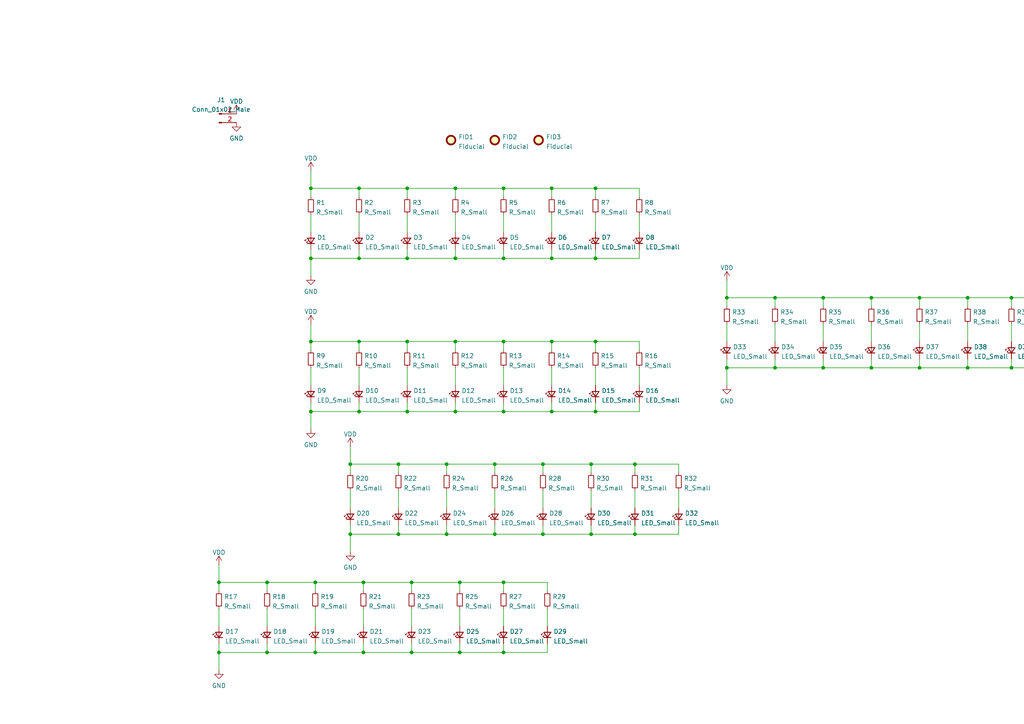
<source format=kicad_sch>
(kicad_sch (version 20230121) (generator eeschema)
  (paper "A4")
  (lib_symbols
    (symbol "Connector:Conn_01x02_Male" (pin_names (offset 1.016) hide)
      (property "Reference" "J" (at 0 2.54 0))
      (property "Value" "Conn_01x02_Male" (at 0 -5.08 0))
      (symbol "Conn_01x02_Male_1_1"
        (polyline (pts (xy 1.27 -2.54) (xy 0.8636 -2.54)) (stroke (width 0.1524)))
        (polyline (pts (xy 1.27 0) (xy 0.8636 0)) (stroke (width 0.1524)))
        (rectangle (start 0.8636 -2.413) (end 0 -2.667) (stroke (width 0.1524)) (fill (type outline)))
        (rectangle (start 0.8636 0.127) (end 0 -0.127) (stroke (width 0.1524)) (fill (type outline)))
        (pin passive line (at 5.08 0 180) (length 3.81) (name "Pin_1") (number "1"))
        (pin passive line (at 5.08 -2.54 180) (length 3.81) (name "Pin_2") (number "2"))
      )
    )
    (symbol "Device:LED_Small" (pin_numbers hide) (pin_names (offset 0.254) hide)
      (property "Reference" "D" (at -1.27 3.175 0))
      (property "Value" "LED_Small" (at -4.445 -2.54 0))
      (symbol "LED_Small_0_1"
        (polyline (pts (xy -0.762 -1.016) (xy -0.762 1.016)) (stroke (width 0.254)))
        (polyline (pts (xy 1.016 0) (xy -0.762 0)))
        (polyline (pts (xy 0.762 -1.016) (xy -0.762 0) (xy 0.762 1.016) (xy 0.762 -1.016)) (stroke (width 0.254)))
        (polyline (pts (xy 0 0.762) (xy -0.508 1.27) (xy -0.254 1.27) (xy -0.508 1.27) (xy -0.508 1.016)))
        (polyline (pts (xy 0.508 1.27) (xy 0 1.778) (xy 0.254 1.778) (xy 0 1.778) (xy 0 1.524)))
      )
      (symbol "LED_Small_1_1"
        (pin passive line (at -2.54 0 0) (length 1.778) (name "K") (number "1"))
        (pin passive line (at 2.54 0 180) (length 1.778) (name "A") (number "2"))
      )
    )
    (symbol "Device:R_Small" (pin_numbers hide) (pin_names (offset 0.254) hide)
      (property "Reference" "R" (at 0.762 0.508 0))
      (property "Value" "R_Small" (at 0.762 -1.016 0))
      (symbol "R_Small_0_1"
        (rectangle (start -0.762 1.778) (end 0.762 -1.778) (stroke (width 0.2032)))
      )
      (symbol "R_Small_1_1"
        (pin passive line (at 0 2.54 270) (length 0.762) (name "~") (number "1"))
        (pin passive line (at 0 -2.54 90) (length 0.762) (name "~") (number "2"))
      )
    )
    (symbol "Mechanical:Fiducial"
      (property "Reference" "FID" (at 0 5.08 0))
      (property "Value" "Fiducial" (at 0 3.175 0))
      (symbol "Fiducial_0_1"
        (circle (center 0 0) (radius 1.27) (stroke (width 0.508)) (fill (type background)))
      )
    )
    (symbol "power:GND" (power) (pin_names (offset 0))
      (property "Value" "GND" (at 0 -3.81 0))
      (symbol "GND_0_1"
        (polyline (pts (xy 0 0) (xy 0 -1.27) (xy 1.27 -1.27) (xy 0 -2.54) (xy -1.27 -1.27) (xy 0 -1.27)))
      )
      (symbol "GND_1_1"
        (pin power_in line (at 0 0 270) (length 0) hide (name "GND") (number "1"))
      )
    )
    (symbol "power:VDD" (power) (pin_names (offset 0))
      (property "Value" "VDD" (at 0 3.81 0))
      (symbol "VDD_0_1"
        (polyline (pts (xy -0.762 1.27) (xy 0 2.54)))
        (polyline (pts (xy 0 0) (xy 0 2.54)))
        (polyline (pts (xy 0 2.54) (xy 0.762 1.27)))
      )
      (symbol "VDD_1_1"
        (pin power_in line (at 0 0 90) (length 0) hide (name "VDD") (number "1"))
      )
    )
  )
  (junction (at 238.76 106.68))
  (junction (at 119.38 168.91))
  (junction (at 224.79 86.36))
  (junction (at 115.57 154.94))
  (junction (at 132.08 119.38))
  (junction (at 129.54 154.94))
  (junction (at 115.57 134.62))
  (junction (at 104.14 119.38))
  (junction (at 118.11 54.61))
  (junction (at 146.05 119.38))
  (junction (at 280.67 86.36))
  (junction (at 91.44 189.23))
  (junction (at 90.17 54.61))
  (junction (at 160.02 74.93))
  (junction (at 101.6 154.94))
  (junction (at 146.05 54.61))
  (junction (at 157.48 134.62))
  (junction (at 132.08 74.93))
  (junction (at 171.45 134.62))
  (junction (at 104.14 99.06))
  (junction (at 90.17 74.93))
  (junction (at 77.47 189.23))
  (junction (at 129.54 134.62))
  (junction (at 172.72 99.06))
  (junction (at 91.44 168.91))
  (junction (at 133.35 189.23))
  (junction (at 118.11 74.93))
  (junction (at 210.82 106.68))
  (junction (at 160.02 54.61))
  (junction (at 143.51 154.94))
  (junction (at 293.37 106.68))
  (junction (at 118.11 119.38))
  (junction (at 77.47 168.91))
  (junction (at 224.79 106.68))
  (junction (at 252.73 106.68))
  (junction (at 146.05 168.91))
  (junction (at 184.15 134.62))
  (junction (at 210.82 86.36))
  (junction (at 143.51 134.62))
  (junction (at 132.08 99.06))
  (junction (at 146.05 189.23))
  (junction (at 184.15 154.94))
  (junction (at 146.05 74.93))
  (junction (at 63.5 189.23))
  (junction (at 146.05 99.06))
  (junction (at 172.72 54.61))
  (junction (at 105.41 189.23))
  (junction (at 133.35 168.91))
  (junction (at 172.72 119.38))
  (junction (at 252.73 86.36))
  (junction (at 171.45 154.94))
  (junction (at 160.02 119.38))
  (junction (at 104.14 54.61))
  (junction (at 118.11 99.06))
  (junction (at 157.48 154.94))
  (junction (at 172.72 74.93))
  (junction (at 238.76 86.36))
  (junction (at 90.17 99.06))
  (junction (at 101.6 134.62))
  (junction (at 132.08 54.61))
  (junction (at 90.17 119.38))
  (junction (at 266.7 86.36))
  (junction (at 280.67 106.68))
  (junction (at 104.14 74.93))
  (junction (at 293.37 86.36))
  (junction (at 105.41 168.91))
  (junction (at 63.5 168.91))
  (junction (at 266.7 106.68))
  (junction (at 160.02 99.06))
  (junction (at 119.38 189.23))
  (wire (pts (xy 91.44 168.91) (xy 91.44 171.45)))
  (wire (pts (xy 118.11 54.61) (xy 132.08 54.61)))
  (wire (pts (xy 158.75 168.91) (xy 158.75 171.45)))
  (wire (pts (xy 132.08 119.38) (xy 146.05 119.38)))
  (wire (pts (xy 280.67 86.36) (xy 293.37 86.36)))
  (wire (pts (xy 133.35 168.91) (xy 133.35 171.45)))
  (wire (pts (xy 132.08 54.61) (xy 132.08 57.15)))
  (wire (pts (xy 132.08 62.23) (xy 132.08 67.31)))
  (wire (pts (xy 146.05 54.61) (xy 160.02 54.61)))
  (wire (pts (xy 119.38 168.91) (xy 119.38 171.45)))
  (wire (pts (xy 158.75 176.53) (xy 158.75 181.61)))
  (wire (pts (xy 160.02 99.06) (xy 172.72 99.06)))
  (wire (pts (xy 63.5 189.23) (xy 63.5 194.31)))
  (wire (pts (xy 143.51 154.94) (xy 157.48 154.94)))
  (wire (pts (xy 119.38 176.53) (xy 119.38 181.61)))
  (wire (pts (xy 172.72 99.06) (xy 172.72 101.6)))
  (wire (pts (xy 266.7 86.36) (xy 280.67 86.36)))
  (wire (pts (xy 129.54 134.62) (xy 129.54 137.16)))
  (wire (pts (xy 105.41 189.23) (xy 119.38 189.23)))
  (wire (pts (xy 306.07 106.68) (xy 306.07 104.14)))
  (wire (pts (xy 101.6 152.4) (xy 101.6 154.94)))
  (wire (pts (xy 90.17 72.39) (xy 90.17 74.93)))
  (wire (pts (xy 104.14 116.84) (xy 104.14 119.38)))
  (wire (pts (xy 293.37 86.36) (xy 293.37 88.9)))
  (wire (pts (xy 63.5 168.91) (xy 77.47 168.91)))
  (wire (pts (xy 158.75 189.23) (xy 158.75 186.69)))
  (wire (pts (xy 146.05 99.06) (xy 146.05 101.6)))
  (wire (pts (xy 252.73 86.36) (xy 252.73 88.9)))
  (wire (pts (xy 91.44 189.23) (xy 105.41 189.23)))
  (wire (pts (xy 224.79 93.98) (xy 224.79 99.06)))
  (wire (pts (xy 90.17 54.61) (xy 104.14 54.61)))
  (wire (pts (xy 146.05 72.39) (xy 146.05 74.93)))
  (wire (pts (xy 105.41 168.91) (xy 105.41 171.45)))
  (wire (pts (xy 210.82 106.68) (xy 210.82 111.76)))
  (wire (pts (xy 101.6 154.94) (xy 115.57 154.94)))
  (wire (pts (xy 157.48 142.24) (xy 157.48 147.32)))
  (wire (pts (xy 90.17 116.84) (xy 90.17 119.38)))
  (wire (pts (xy 90.17 74.93) (xy 104.14 74.93)))
  (wire (pts (xy 171.45 134.62) (xy 171.45 137.16)))
  (wire (pts (xy 129.54 134.62) (xy 143.51 134.62)))
  (wire (pts (xy 101.6 134.62) (xy 115.57 134.62)))
  (wire (pts (xy 172.72 72.39) (xy 172.72 74.93)))
  (wire (pts (xy 171.45 152.4) (xy 171.45 154.94)))
  (wire (pts (xy 280.67 86.36) (xy 280.67 88.9)))
  (wire (pts (xy 63.5 171.45) (xy 63.5 168.91)))
  (wire (pts (xy 115.57 134.62) (xy 115.57 137.16)))
  (wire (pts (xy 146.05 116.84) (xy 146.05 119.38)))
  (wire (pts (xy 280.67 106.68) (xy 293.37 106.68)))
  (wire (pts (xy 160.02 74.93) (xy 172.72 74.93)))
  (wire (pts (xy 157.48 134.62) (xy 171.45 134.62)))
  (wire (pts (xy 252.73 104.14) (xy 252.73 106.68)))
  (wire (pts (xy 91.44 186.69) (xy 91.44 189.23)))
  (wire (pts (xy 118.11 99.06) (xy 132.08 99.06)))
  (wire (pts (xy 210.82 88.9) (xy 210.82 86.36)))
  (wire (pts (xy 160.02 119.38) (xy 172.72 119.38)))
  (wire (pts (xy 266.7 106.68) (xy 280.67 106.68)))
  (wire (pts (xy 306.07 93.98) (xy 306.07 99.06)))
  (wire (pts (xy 184.15 134.62) (xy 184.15 137.16)))
  (wire (pts (xy 63.5 186.69) (xy 63.5 189.23)))
  (wire (pts (xy 90.17 119.38) (xy 104.14 119.38)))
  (wire (pts (xy 210.82 93.98) (xy 210.82 99.06)))
  (wire (pts (xy 115.57 142.24) (xy 115.57 147.32)))
  (wire (pts (xy 171.45 154.94) (xy 184.15 154.94)))
  (wire (pts (xy 143.51 152.4) (xy 143.51 154.94)))
  (wire (pts (xy 160.02 106.68) (xy 160.02 111.76)))
  (wire (pts (xy 90.17 62.23) (xy 90.17 67.31)))
  (wire (pts (xy 224.79 86.36) (xy 238.76 86.36)))
  (wire (pts (xy 105.41 168.91) (xy 119.38 168.91)))
  (wire (pts (xy 115.57 152.4) (xy 115.57 154.94)))
  (wire (pts (xy 146.05 74.93) (xy 160.02 74.93)))
  (wire (pts (xy 157.48 152.4) (xy 157.48 154.94)))
  (wire (pts (xy 115.57 154.94) (xy 129.54 154.94)))
  (wire (pts (xy 90.17 119.38) (xy 90.17 124.46)))
  (wire (pts (xy 146.05 189.23) (xy 158.75 189.23)))
  (wire (pts (xy 90.17 74.93) (xy 90.17 80.01)))
  (wire (pts (xy 172.72 62.23) (xy 172.72 67.31)))
  (wire (pts (xy 77.47 189.23) (xy 91.44 189.23)))
  (wire (pts (xy 90.17 106.68) (xy 90.17 111.76)))
  (wire (pts (xy 171.45 142.24) (xy 171.45 147.32)))
  (wire (pts (xy 160.02 116.84) (xy 160.02 119.38)))
  (wire (pts (xy 146.05 99.06) (xy 160.02 99.06)))
  (wire (pts (xy 90.17 101.6) (xy 90.17 99.06)))
  (wire (pts (xy 172.72 106.68) (xy 172.72 111.76)))
  (wire (pts (xy 196.85 134.62) (xy 196.85 137.16)))
  (wire (pts (xy 172.72 74.93) (xy 185.42 74.93)))
  (wire (pts (xy 160.02 72.39) (xy 160.02 74.93)))
  (wire (pts (xy 146.05 186.69) (xy 146.05 189.23)))
  (wire (pts (xy 293.37 86.36) (xy 306.07 86.36)))
  (wire (pts (xy 293.37 106.68) (xy 306.07 106.68)))
  (wire (pts (xy 146.05 62.23) (xy 146.05 67.31)))
  (wire (pts (xy 210.82 106.68) (xy 224.79 106.68)))
  (wire (pts (xy 266.7 104.14) (xy 266.7 106.68)))
  (wire (pts (xy 293.37 93.98) (xy 293.37 99.06)))
  (wire (pts (xy 104.14 54.61) (xy 104.14 57.15)))
  (wire (pts (xy 280.67 104.14) (xy 280.67 106.68)))
  (wire (pts (xy 133.35 176.53) (xy 133.35 181.61)))
  (wire (pts (xy 101.6 142.24) (xy 101.6 147.32)))
  (wire (pts (xy 185.42 54.61) (xy 185.42 57.15)))
  (wire (pts (xy 118.11 99.06) (xy 118.11 101.6)))
  (wire (pts (xy 63.5 189.23) (xy 77.47 189.23)))
  (wire (pts (xy 133.35 168.91) (xy 146.05 168.91)))
  (wire (pts (xy 143.51 134.62) (xy 157.48 134.62)))
  (wire (pts (xy 157.48 134.62) (xy 157.48 137.16)))
  (wire (pts (xy 238.76 86.36) (xy 238.76 88.9)))
  (wire (pts (xy 172.72 116.84) (xy 172.72 119.38)))
  (wire (pts (xy 77.47 186.69) (xy 77.47 189.23)))
  (wire (pts (xy 238.76 106.68) (xy 252.73 106.68)))
  (wire (pts (xy 184.15 142.24) (xy 184.15 147.32)))
  (wire (pts (xy 132.08 72.39) (xy 132.08 74.93)))
  (wire (pts (xy 160.02 62.23) (xy 160.02 67.31)))
  (wire (pts (xy 129.54 152.4) (xy 129.54 154.94)))
  (wire (pts (xy 172.72 54.61) (xy 185.42 54.61)))
  (wire (pts (xy 104.14 106.68) (xy 104.14 111.76)))
  (wire (pts (xy 118.11 116.84) (xy 118.11 119.38)))
  (wire (pts (xy 118.11 119.38) (xy 132.08 119.38)))
  (wire (pts (xy 119.38 168.91) (xy 133.35 168.91)))
  (wire (pts (xy 160.02 54.61) (xy 172.72 54.61)))
  (wire (pts (xy 196.85 154.94) (xy 196.85 152.4)))
  (wire (pts (xy 185.42 99.06) (xy 185.42 101.6)))
  (wire (pts (xy 129.54 142.24) (xy 129.54 147.32)))
  (wire (pts (xy 105.41 186.69) (xy 105.41 189.23)))
  (wire (pts (xy 280.67 93.98) (xy 280.67 99.06)))
  (wire (pts (xy 157.48 154.94) (xy 171.45 154.94)))
  (wire (pts (xy 146.05 119.38) (xy 160.02 119.38)))
  (wire (pts (xy 143.51 134.62) (xy 143.51 137.16)))
  (wire (pts (xy 104.14 62.23) (xy 104.14 67.31)))
  (wire (pts (xy 185.42 74.93) (xy 185.42 72.39)))
  (wire (pts (xy 118.11 106.68) (xy 118.11 111.76)))
  (wire (pts (xy 171.45 134.62) (xy 184.15 134.62)))
  (wire (pts (xy 132.08 99.06) (xy 132.08 101.6)))
  (wire (pts (xy 132.08 106.68) (xy 132.08 111.76)))
  (wire (pts (xy 143.51 142.24) (xy 143.51 147.32)))
  (wire (pts (xy 104.14 119.38) (xy 118.11 119.38)))
  (wire (pts (xy 119.38 186.69) (xy 119.38 189.23)))
  (wire (pts (xy 104.14 72.39) (xy 104.14 74.93)))
  (wire (pts (xy 252.73 93.98) (xy 252.73 99.06)))
  (wire (pts (xy 184.15 154.94) (xy 196.85 154.94)))
  (wire (pts (xy 266.7 93.98) (xy 266.7 99.06)))
  (wire (pts (xy 101.6 137.16) (xy 101.6 134.62)))
  (wire (pts (xy 185.42 106.68) (xy 185.42 111.76)))
  (wire (pts (xy 306.07 86.36) (xy 306.07 88.9)))
  (wire (pts (xy 115.57 134.62) (xy 129.54 134.62)))
  (wire (pts (xy 146.05 106.68) (xy 146.05 111.76)))
  (wire (pts (xy 104.14 74.93) (xy 118.11 74.93)))
  (wire (pts (xy 210.82 86.36) (xy 224.79 86.36)))
  (wire (pts (xy 63.5 163.83) (xy 63.5 168.91)))
  (wire (pts (xy 118.11 54.61) (xy 118.11 57.15)))
  (wire (pts (xy 172.72 119.38) (xy 185.42 119.38)))
  (wire (pts (xy 90.17 57.15) (xy 90.17 54.61)))
  (wire (pts (xy 63.5 176.53) (xy 63.5 181.61)))
  (wire (pts (xy 293.37 104.14) (xy 293.37 106.68)))
  (wire (pts (xy 104.14 99.06) (xy 118.11 99.06)))
  (wire (pts (xy 101.6 154.94) (xy 101.6 160.02)))
  (wire (pts (xy 132.08 74.93) (xy 146.05 74.93)))
  (wire (pts (xy 133.35 189.23) (xy 146.05 189.23)))
  (wire (pts (xy 77.47 168.91) (xy 91.44 168.91)))
  (wire (pts (xy 238.76 104.14) (xy 238.76 106.68)))
  (wire (pts (xy 184.15 152.4) (xy 184.15 154.94)))
  (wire (pts (xy 129.54 154.94) (xy 143.51 154.94)))
  (wire (pts (xy 77.47 176.53) (xy 77.47 181.61)))
  (wire (pts (xy 210.82 81.28) (xy 210.82 86.36)))
  (wire (pts (xy 146.05 54.61) (xy 146.05 57.15)))
  (wire (pts (xy 118.11 74.93) (xy 132.08 74.93)))
  (wire (pts (xy 210.82 104.14) (xy 210.82 106.68)))
  (wire (pts (xy 238.76 86.36) (xy 252.73 86.36)))
  (wire (pts (xy 252.73 106.68) (xy 266.7 106.68)))
  (wire (pts (xy 104.14 54.61) (xy 118.11 54.61)))
  (wire (pts (xy 184.15 134.62) (xy 196.85 134.62)))
  (wire (pts (xy 90.17 93.98) (xy 90.17 99.06)))
  (wire (pts (xy 91.44 168.91) (xy 105.41 168.91)))
  (wire (pts (xy 172.72 54.61) (xy 172.72 57.15)))
  (wire (pts (xy 91.44 176.53) (xy 91.44 181.61)))
  (wire (pts (xy 105.41 176.53) (xy 105.41 181.61)))
  (wire (pts (xy 196.85 142.24) (xy 196.85 147.32)))
  (wire (pts (xy 266.7 86.36) (xy 266.7 88.9)))
  (wire (pts (xy 118.11 72.39) (xy 118.11 74.93)))
  (wire (pts (xy 252.73 86.36) (xy 266.7 86.36)))
  (wire (pts (xy 90.17 99.06) (xy 104.14 99.06)))
  (wire (pts (xy 146.05 168.91) (xy 146.05 171.45)))
  (wire (pts (xy 132.08 99.06) (xy 146.05 99.06)))
  (wire (pts (xy 146.05 168.91) (xy 158.75 168.91)))
  (wire (pts (xy 224.79 104.14) (xy 224.79 106.68)))
  (wire (pts (xy 90.17 49.53) (xy 90.17 54.61)))
  (wire (pts (xy 185.42 62.23) (xy 185.42 67.31)))
  (wire (pts (xy 119.38 189.23) (xy 133.35 189.23)))
  (wire (pts (xy 132.08 116.84) (xy 132.08 119.38)))
  (wire (pts (xy 172.72 99.06) (xy 185.42 99.06)))
  (wire (pts (xy 160.02 54.61) (xy 160.02 57.15)))
  (wire (pts (xy 104.14 99.06) (xy 104.14 101.6)))
  (wire (pts (xy 77.47 168.91) (xy 77.47 171.45)))
  (wire (pts (xy 224.79 86.36) (xy 224.79 88.9)))
  (wire (pts (xy 160.02 99.06) (xy 160.02 101.6)))
  (wire (pts (xy 238.76 93.98) (xy 238.76 99.06)))
  (wire (pts (xy 133.35 186.69) (xy 133.35 189.23)))
  (wire (pts (xy 224.79 106.68) (xy 238.76 106.68)))
  (wire (pts (xy 101.6 129.54) (xy 101.6 134.62)))
  (wire (pts (xy 146.05 176.53) (xy 146.05 181.61)))
  (wire (pts (xy 132.08 54.61) (xy 146.05 54.61)))
  (wire (pts (xy 185.42 119.38) (xy 185.42 116.84)))
  (wire (pts (xy 118.11 62.23) (xy 118.11 67.31)))
  (symbol (lib_id "Device:R_Small") (at 184.15 139.7 0) (unit 1)
    (property "Reference" "R31" (at 185.6486 138.7915 0) (effects (justify left)))
    (property "Value" "R_Small" (at 185.6486 141.5666 0) (effects (justify left)))
    (property "Footprint" "Resistor_SMD:R_0603_1608Metric" (effects hide))
  )
  (symbol (lib_id "Device:R_Small") (at 129.54 139.7 0) (unit 1)
    (property "Reference" "R24" (at 131.0386 138.7915 0) (effects (justify left)))
    (property "Value" "R_Small" (at 131.0386 141.5666 0) (effects (justify left)))
    (property "Footprint" "Resistor_SMD:R_0603_1608Metric" (effects hide))
  )
  (symbol (lib_id "Device:R_Small") (at 90.17 104.14 0) (unit 1)
    (property "Reference" "R9" (at 91.6686 103.2315 0) (effects (justify left)))
    (property "Value" "R_Small" (at 91.6686 106.0066 0) (effects (justify left)))
    (property "Footprint" "Resistor_SMD:R_0603_1608Metric" (effects hide))
  )
  (symbol (lib_id "power:GND") (at 101.6 160.02 0) (unit 1)
    (property "Reference" "#PWR0108" (effects hide))
    (property "Value" "GND" (at 101.6 164.5825 0))
  )
  (symbol (lib_id "Device:LED_Small") (at 118.11 69.85 90) (unit 1)
    (property "Reference" "D3" (at 119.888 68.878 90) (effects (justify right)))
    (property "Value" "LED_Small" (at 119.888 71.6531 90) (effects (justify right)))
    (property "Footprint" "LED_SMD:LED_0603_1608Metric" (effects hide))
  )
  (symbol (lib_id "Device:R_Small") (at 118.11 59.69 0) (unit 1)
    (property "Reference" "R3" (at 119.6086 58.7815 0) (effects (justify left)))
    (property "Value" "R_Small" (at 119.6086 61.5566 0) (effects (justify left)))
    (property "Footprint" "Resistor_SMD:R_0603_1608Metric" (effects hide))
  )
  (symbol (lib_id "Device:LED_Small") (at 118.11 114.3 90) (unit 1)
    (property "Reference" "D11" (at 119.888 113.328 90) (effects (justify right)))
    (property "Value" "LED_Small" (at 119.888 116.1031 90) (effects (justify right)))
    (property "Footprint" "LED_SMD:LED_0603_1608Metric" (effects hide))
  )
  (symbol (lib_id "Device:LED_Small") (at 146.05 184.15 90) (unit 1)
    (property "Reference" "D27" (at 147.828 183.178 90) (effects (justify right)))
    (property "Value" "LED_Small" (at 147.828 185.9531 90) (effects (justify right)))
    (property "Footprint" "LED_SMD:LED_0603_1608Metric" (effects hide))
  )
  (symbol (lib_id "Device:LED_Small") (at 91.44 184.15 90) (unit 1)
    (property "Reference" "D19" (at 93.218 183.178 90) (effects (justify right)))
    (property "Value" "LED_Small" (at 93.218 185.9531 90) (effects (justify right)))
    (property "Footprint" "LED_SMD:LED_0603_1608Metric" (effects hide))
  )
  (symbol (lib_id "Device:R_Small") (at 196.85 139.7 0) (unit 1)
    (property "Reference" "R32" (at 198.3486 138.7915 0) (effects (justify left)))
    (property "Value" "R_Small" (at 198.3486 141.5666 0) (effects (justify left)))
    (property "Footprint" "Resistor_SMD:R_0603_1608Metric" (effects hide))
  )
  (symbol (lib_id "Device:R_Small") (at 115.57 139.7 0) (unit 1)
    (property "Reference" "R22" (at 117.0686 138.7915 0) (effects (justify left)))
    (property "Value" "R_Small" (at 117.0686 141.5666 0) (effects (justify left)))
    (property "Footprint" "Resistor_SMD:R_0603_1608Metric" (effects hide))
  )
  (symbol (lib_id "power:VDD") (at 90.17 49.53 0) (unit 1)
    (property "Reference" "#PWR0101" (effects hide))
    (property "Value" "VDD" (at 90.17 45.9255 0))
  )
  (symbol (lib_id "Device:LED_Small") (at 129.54 149.86 90) (unit 1)
    (property "Reference" "D24" (at 131.318 148.888 90) (effects (justify right)))
    (property "Value" "LED_Small" (at 131.318 151.6631 90) (effects (justify right)))
    (property "Footprint" "LED_SMD:LED_0603_1608Metric" (effects hide))
  )
  (symbol (lib_id "Device:R_Small") (at 158.75 173.99 0) (unit 1)
    (property "Reference" "R29" (at 160.2486 173.0815 0) (effects (justify left)))
    (property "Value" "R_Small" (at 160.2486 175.8566 0) (effects (justify left)))
    (property "Footprint" "Resistor_SMD:R_0603_1608Metric" (effects hide))
  )
  (symbol (lib_id "power:GND") (at 68.58 35.56 0) (unit 1)
    (property "Reference" "#PWR0106" (effects hide))
    (property "Value" "GND" (at 68.58 40.1225 0))
  )
  (symbol (lib_id "power:GND") (at 210.82 111.76 0) (unit 1)
    (property "Reference" "#PWR0111" (effects hide))
    (property "Value" "GND" (at 210.82 116.3225 0))
  )
  (symbol (lib_id "Device:R_Small") (at 91.44 173.99 0) (unit 1)
    (property "Reference" "R19" (at 92.9386 173.0815 0) (effects (justify left)))
    (property "Value" "R_Small" (at 92.9386 175.8566 0) (effects (justify left)))
    (property "Footprint" "Resistor_SMD:R_0603_1608Metric" (effects hide))
  )
  (symbol (lib_id "Device:LED_Small") (at 101.6 149.86 90) (unit 1)
    (property "Reference" "D20" (at 103.378 148.888 90) (effects (justify right)))
    (property "Value" "LED_Small" (at 103.378 151.6631 90) (effects (justify right)))
    (property "Footprint" "LED_SMD:LED_0603_1608Metric" (effects hide))
  )
  (symbol (lib_id "power:VDD") (at 63.5 163.83 0) (unit 1)
    (property "Reference" "#PWR0109" (effects hide))
    (property "Value" "VDD" (at 63.5 160.2255 0))
  )
  (symbol (lib_id "Device:R_Small") (at 280.67 91.44 0) (unit 1)
    (property "Reference" "R38" (at 282.1686 90.5315 0) (effects (justify left)))
    (property "Value" "R_Small" (at 282.1686 93.3066 0) (effects (justify left)))
    (property "Footprint" "Resistor_SMD:R_0603_1608Metric" (effects hide))
  )
  (symbol (lib_id "Device:R_Small") (at 252.73 91.44 0) (unit 1)
    (property "Reference" "R36" (at 254.2286 90.5315 0) (effects (justify left)))
    (property "Value" "R_Small" (at 254.2286 93.3066 0) (effects (justify left)))
    (property "Footprint" "Resistor_SMD:R_0603_1608Metric" (effects hide))
  )
  (symbol (lib_id "Device:R_Small") (at 132.08 59.69 0) (unit 1)
    (property "Reference" "R4" (at 133.5786 58.7815 0) (effects (justify left)))
    (property "Value" "R_Small" (at 133.5786 61.5566 0) (effects (justify left)))
    (property "Footprint" "Resistor_SMD:R_0603_1608Metric" (effects hide))
  )
  (symbol (lib_id "Device:LED_Small") (at 104.14 114.3 90) (unit 1)
    (property "Reference" "D10" (at 105.918 113.328 90) (effects (justify right)))
    (property "Value" "LED_Small" (at 105.918 116.1031 90) (effects (justify right)))
    (property "Footprint" "LED_SMD:LED_0603_1608Metric" (effects hide))
  )
  (symbol (lib_id "Device:R_Small") (at 119.38 173.99 0) (unit 1)
    (property "Reference" "R23" (at 120.8786 173.0815 0) (effects (justify left)))
    (property "Value" "R_Small" (at 120.8786 175.8566 0) (effects (justify left)))
    (property "Footprint" "Resistor_SMD:R_0603_1608Metric" (effects hide))
  )
  (symbol (lib_id "Device:R_Small") (at 118.11 104.14 0) (unit 1)
    (property "Reference" "R11" (at 119.6086 103.2315 0) (effects (justify left)))
    (property "Value" "R_Small" (at 119.6086 106.0066 0) (effects (justify left)))
    (property "Footprint" "Resistor_SMD:R_0603_1608Metric" (effects hide))
  )
  (symbol (lib_id "Device:R_Small") (at 185.42 59.69 0) (unit 1)
    (property "Reference" "R8" (at 186.9186 58.7815 0) (effects (justify left)))
    (property "Value" "R_Small" (at 186.9186 61.5566 0) (effects (justify left)))
    (property "Footprint" "Resistor_SMD:R_0603_1608Metric" (effects hide))
  )
  (symbol (lib_id "Device:LED_Small") (at 63.5 184.15 90) (unit 1)
    (property "Reference" "D17" (at 65.278 183.178 90) (effects (justify right)))
    (property "Value" "LED_Small" (at 65.278 185.9531 90) (effects (justify right)))
    (property "Footprint" "LED_SMD:LED_0603_1608Metric" (effects hide))
  )
  (symbol (lib_id "Device:LED_Small") (at 146.05 114.3 90) (unit 1)
    (property "Reference" "D13" (at 147.828 113.328 90) (effects (justify right)))
    (property "Value" "LED_Small" (at 147.828 116.1031 90) (effects (justify right)))
    (property "Footprint" "LED_SMD:LED_0603_1608Metric" (effects hide))
  )
  (symbol (lib_id "Device:R_Small") (at 210.82 91.44 0) (unit 1)
    (property "Reference" "R33" (at 212.3186 90.5315 0) (effects (justify left)))
    (property "Value" "R_Small" (at 212.3186 93.3066 0) (effects (justify left)))
    (property "Footprint" "Resistor_SMD:R_0603_1608Metric" (effects hide))
  )
  (symbol (lib_id "Device:LED_Small") (at 104.14 69.85 90) (unit 1)
    (property "Reference" "D2" (at 105.918 68.878 90) (effects (justify right)))
    (property "Value" "LED_Small" (at 105.918 71.6531 90) (effects (justify right)))
    (property "Footprint" "LED_SMD:LED_0603_1608Metric" (effects hide))
  )
  (symbol (lib_id "Device:R_Small") (at 238.76 91.44 0) (unit 1)
    (property "Reference" "R35" (at 240.2586 90.5315 0) (effects (justify left)))
    (property "Value" "R_Small" (at 240.2586 93.3066 0) (effects (justify left)))
    (property "Footprint" "Resistor_SMD:R_0603_1608Metric" (effects hide))
  )
  (symbol (lib_id "Device:R_Small") (at 306.07 91.44 0) (unit 1)
    (property "Reference" "R40" (at 307.5686 90.5315 0) (effects (justify left)))
    (property "Value" "R_Small" (at 307.5686 93.3066 0) (effects (justify left)))
    (property "Footprint" "Resistor_SMD:R_0603_1608Metric" (effects hide))
  )
  (symbol (lib_id "Device:LED_Small") (at 160.02 114.3 90) (unit 1)
    (property "Reference" "D14" (at 161.798 113.328 90) (effects (justify right)))
    (property "Value" "LED_Small" (at 161.798 116.1031 90) (effects (justify right)))
    (property "Footprint" "LED_SMD:LED_0603_1608Metric" (effects hide))
  )
  (symbol (lib_id "Device:R_Small") (at 266.7 91.44 0) (unit 1)
    (property "Reference" "R37" (at 268.1986 90.5315 0) (effects (justify left)))
    (property "Value" "R_Small" (at 268.1986 93.3066 0) (effects (justify left)))
    (property "Footprint" "Resistor_SMD:R_0603_1608Metric" (effects hide))
  )
  (symbol (lib_id "Device:R_Small") (at 224.79 91.44 0) (unit 1)
    (property "Reference" "R34" (at 226.2886 90.5315 0) (effects (justify left)))
    (property "Value" "R_Small" (at 226.2886 93.3066 0) (effects (justify left)))
    (property "Footprint" "Resistor_SMD:R_0603_1608Metric" (effects hide))
  )
  (symbol (lib_id "Device:LED_Small") (at 293.37 101.6 90) (unit 1)
    (property "Reference" "D39" (at 295.148 100.628 90) (effects (justify right)))
    (property "Value" "LED_Small" (at 295.148 103.4031 90) (effects (justify right)))
    (property "Footprint" "LED_SMD:LED_0603_1608Metric" (effects hide))
  )
  (symbol (lib_id "Device:LED_Small") (at 90.17 114.3 90) (unit 1)
    (property "Reference" "D9" (at 91.948 113.328 90) (effects (justify right)))
    (property "Value" "LED_Small" (at 91.948 116.1031 90) (effects (justify right)))
    (property "Footprint" "LED_SMD:LED_0603_1608Metric" (effects hide))
  )
  (symbol (lib_id "Device:R_Small") (at 172.72 104.14 0) (unit 1)
    (property "Reference" "R15" (at 174.2186 103.2315 0) (effects (justify left)))
    (property "Value" "R_Small" (at 174.2186 106.0066 0) (effects (justify left)))
    (property "Footprint" "Resistor_SMD:R_0603_1608Metric" (effects hide))
  )
  (symbol (lib_id "Device:R_Small") (at 172.72 59.69 0) (unit 1)
    (property "Reference" "R7" (at 174.2186 58.7815 0) (effects (justify left)))
    (property "Value" "R_Small" (at 174.2186 61.5566 0) (effects (justify left)))
    (property "Footprint" "Resistor_SMD:R_0603_1608Metric" (effects hide))
  )
  (symbol (lib_id "Device:LED_Small") (at 105.41 184.15 90) (unit 1)
    (property "Reference" "D21" (at 107.188 183.178 90) (effects (justify right)))
    (property "Value" "LED_Small" (at 107.188 185.9531 90) (effects (justify right)))
    (property "Footprint" "LED_SMD:LED_0603_1608Metric" (effects hide))
  )
  (symbol (lib_id "Mechanical:Fiducial") (at 156.21 40.64 0) (unit 1)
    (property "Reference" "FID3" (at 158.369 39.7315 0) (effects (justify left)))
    (property "Value" "Fiducial" (at 158.369 42.5066 0) (effects (justify left)))
    (property "Footprint" "Fiducial:Fiducial_1mm_Mask3mm" (effects hide))
  )
  (symbol (lib_id "Device:LED_Small") (at 196.85 149.86 90) (unit 1)
    (property "Reference" "D32" (at 198.628 148.888 90) (effects (justify right)))
    (property "Value" "LED_Small" (at 198.628 151.6631 90) (effects (justify right)))
    (property "Footprint" "LED_SMD:LED_0603_1608Metric" (effects hide))
  )
  (symbol (lib_id "Device:R_Small") (at 90.17 59.69 0) (unit 1)
    (property "Reference" "R1" (at 91.6686 58.7815 0) (effects (justify left)))
    (property "Value" "R_Small" (at 91.6686 61.5566 0) (effects (justify left)))
    (property "Footprint" "Resistor_SMD:R_0603_1608Metric" (effects hide))
  )
  (symbol (lib_id "Device:R_Small") (at 133.35 173.99 0) (unit 1)
    (property "Reference" "R25" (at 134.8486 173.0815 0) (effects (justify left)))
    (property "Value" "R_Small" (at 134.8486 175.8566 0) (effects (justify left)))
    (property "Footprint" "Resistor_SMD:R_0603_1608Metric" (effects hide))
  )
  (symbol (lib_id "Device:LED_Small") (at 160.02 69.85 90) (unit 1)
    (property "Reference" "D6" (at 161.798 68.878 90) (effects (justify right)))
    (property "Value" "LED_Small" (at 161.798 71.6531 90) (effects (justify right)))
    (property "Footprint" "LED_SMD:LED_0603_1608Metric" (effects hide))
  )
  (symbol (lib_id "Device:R_Small") (at 77.47 173.99 0) (unit 1)
    (property "Reference" "R18" (at 78.9686 173.0815 0) (effects (justify left)))
    (property "Value" "R_Small" (at 78.9686 175.8566 0) (effects (justify left)))
    (property "Footprint" "Resistor_SMD:R_0603_1608Metric" (effects hide))
  )
  (symbol (lib_id "Mechanical:Fiducial") (at 143.51 40.64 0) (unit 1)
    (property "Reference" "FID2" (at 145.669 39.7315 0) (effects (justify left)))
    (property "Value" "Fiducial" (at 145.669 42.5066 0) (effects (justify left)))
    (property "Footprint" "Fiducial:Fiducial_1mm_Mask3mm" (effects hide))
  )
  (symbol (lib_id "Device:R_Small") (at 104.14 104.14 0) (unit 1)
    (property "Reference" "R10" (at 105.6386 103.2315 0) (effects (justify left)))
    (property "Value" "R_Small" (at 105.6386 106.0066 0) (effects (justify left)))
    (property "Footprint" "Resistor_SMD:R_0603_1608Metric" (effects hide))
  )
  (symbol (lib_id "Device:LED_Small") (at 143.51 149.86 90) (unit 1)
    (property "Reference" "D26" (at 145.288 148.888 90) (effects (justify right)))
    (property "Value" "LED_Small" (at 145.288 151.6631 90) (effects (justify right)))
    (property "Footprint" "LED_SMD:LED_0603_1608Metric" (effects hide))
  )
  (symbol (lib_id "power:VDD") (at 90.17 93.98 0) (unit 1)
    (property "Reference" "#PWR0103" (effects hide))
    (property "Value" "VDD" (at 90.17 90.3755 0))
  )
  (symbol (lib_id "Device:LED_Small") (at 210.82 101.6 90) (unit 1)
    (property "Reference" "D33" (at 212.598 100.628 90) (effects (justify right)))
    (property "Value" "LED_Small" (at 212.598 103.4031 90) (effects (justify right)))
    (property "Footprint" "LED_SMD:LED_0603_1608Metric" (effects hide))
  )
  (symbol (lib_id "Device:R_Small") (at 185.42 104.14 0) (unit 1)
    (property "Reference" "R16" (at 186.9186 103.2315 0) (effects (justify left)))
    (property "Value" "R_Small" (at 186.9186 106.0066 0) (effects (justify left)))
    (property "Footprint" "Resistor_SMD:R_0603_1608Metric" (effects hide))
  )
  (symbol (lib_id "Device:LED_Small") (at 157.48 149.86 90) (unit 1)
    (property "Reference" "D28" (at 159.258 148.888 90) (effects (justify right)))
    (property "Value" "LED_Small" (at 159.258 151.6631 90) (effects (justify right)))
    (property "Footprint" "LED_SMD:LED_0603_1608Metric" (effects hide))
  )
  (symbol (lib_id "Device:LED_Small") (at 224.79 101.6 90) (unit 1)
    (property "Reference" "D34" (at 226.568 100.628 90) (effects (justify right)))
    (property "Value" "LED_Small" (at 226.568 103.4031 90) (effects (justify right)))
    (property "Footprint" "LED_SMD:LED_0603_1608Metric" (effects hide))
  )
  (symbol (lib_id "Device:LED_Small") (at 133.35 184.15 90) (unit 1)
    (property "Reference" "D25" (at 135.128 183.178 90) (effects (justify right)))
    (property "Value" "LED_Small" (at 135.128 185.9531 90) (effects (justify right)))
    (property "Footprint" "LED_SMD:LED_0603_1608Metric" (effects hide))
  )
  (symbol (lib_id "Device:LED_Small") (at 306.07 101.6 90) (unit 1)
    (property "Reference" "D40" (at 307.848 100.628 90) (effects (justify right)))
    (property "Value" "LED_Small" (at 307.848 103.4031 90) (effects (justify right)))
    (property "Footprint" "LED_SMD:LED_0603_1608Metric" (effects hide))
  )
  (symbol (lib_id "Device:R_Small") (at 160.02 59.69 0) (unit 1)
    (property "Reference" "R6" (at 161.5186 58.7815 0) (effects (justify left)))
    (property "Value" "R_Small" (at 161.5186 61.5566 0) (effects (justify left)))
    (property "Footprint" "Resistor_SMD:R_0603_1608Metric" (effects hide))
  )
  (symbol (lib_id "Device:R_Small") (at 293.37 91.44 0) (unit 1)
    (property "Reference" "R39" (at 294.8686 90.5315 0) (effects (justify left)))
    (property "Value" "R_Small" (at 294.8686 93.3066 0) (effects (justify left)))
    (property "Footprint" "Resistor_SMD:R_0603_1608Metric" (effects hide))
  )
  (symbol (lib_id "Device:LED_Small") (at 185.42 69.85 90) (unit 1)
    (property "Reference" "D8" (at 187.198 68.878 90) (effects (justify right)))
    (property "Value" "LED_Small" (at 187.198 71.6531 90) (effects (justify right)))
    (property "Footprint" "LED_SMD:LED_0603_1608Metric" (effects hide))
  )
  (symbol (lib_id "Device:LED_Small") (at 77.47 184.15 90) (unit 1)
    (property "Reference" "D18" (at 79.248 183.178 90) (effects (justify right)))
    (property "Value" "LED_Small" (at 79.248 185.9531 90) (effects (justify right)))
    (property "Footprint" "LED_SMD:LED_0603_1608Metric" (effects hide))
  )
  (symbol (lib_id "Device:LED_Small") (at 280.67 101.6 90) (unit 1)
    (property "Reference" "D38" (at 282.448 100.628 90) (effects (justify right)))
    (property "Value" "LED_Small" (at 282.448 103.4031 90) (effects (justify right)))
    (property "Footprint" "LED_SMD:LED_0603_1608Metric" (effects hide))
  )
  (symbol (lib_id "Connector:Conn_01x02_Male") (at 63.5 33.02 0) (unit 1)
    (property "Reference" "J1" (at 64.135 28.9773 0))
    (property "Value" "Conn_01x02_Male" (at 64.135 31.7524 0))
    (property "Footprint" "Connector_PinHeader_2.54mm:PinHeader_1x02_P2.54mm_Vertical" (effects hide))
  )
  (symbol (lib_id "Device:LED_Small") (at 184.15 149.86 90) (unit 1)
    (property "Reference" "D31" (at 185.928 148.888 90) (effects (justify right)))
    (property "Value" "LED_Small" (at 185.928 151.6631 90) (effects (justify right)))
    (property "Footprint" "LED_SMD:LED_0603_1608Metric" (effects hide))
  )
  (symbol (lib_id "power:GND") (at 90.17 124.46 0) (unit 1)
    (property "Reference" "#PWR0104" (effects hide))
    (property "Value" "GND" (at 90.17 129.0225 0))
  )
  (symbol (lib_id "Device:R_Small") (at 105.41 173.99 0) (unit 1)
    (property "Reference" "R21" (at 106.9086 173.0815 0) (effects (justify left)))
    (property "Value" "R_Small" (at 106.9086 175.8566 0) (effects (justify left)))
    (property "Footprint" "Resistor_SMD:R_0603_1608Metric" (effects hide))
  )
  (symbol (lib_id "Device:LED_Small") (at 132.08 69.85 90) (unit 1)
    (property "Reference" "D4" (at 133.858 68.878 90) (effects (justify right)))
    (property "Value" "LED_Small" (at 133.858 71.6531 90) (effects (justify right)))
    (property "Footprint" "LED_SMD:LED_0603_1608Metric" (effects hide))
  )
  (symbol (lib_id "Device:LED_Small") (at 158.75 184.15 90) (unit 1)
    (property "Reference" "D29" (at 160.528 183.178 90) (effects (justify right)))
    (property "Value" "LED_Small" (at 160.528 185.9531 90) (effects (justify right)))
    (property "Footprint" "LED_SMD:LED_0603_1608Metric" (effects hide))
  )
  (symbol (lib_id "power:VDD") (at 101.6 129.54 0) (unit 1)
    (property "Reference" "#PWR0107" (effects hide))
    (property "Value" "VDD" (at 101.6 125.9355 0))
  )
  (symbol (lib_id "Device:R_Small") (at 171.45 139.7 0) (unit 1)
    (property "Reference" "R30" (at 172.9486 138.7915 0) (effects (justify left)))
    (property "Value" "R_Small" (at 172.9486 141.5666 0) (effects (justify left)))
    (property "Footprint" "Resistor_SMD:R_0603_1608Metric" (effects hide))
  )
  (symbol (lib_id "Device:LED_Small") (at 132.08 114.3 90) (unit 1)
    (property "Reference" "D12" (at 133.858 113.328 90) (effects (justify right)))
    (property "Value" "LED_Small" (at 133.858 116.1031 90) (effects (justify right)))
    (property "Footprint" "LED_SMD:LED_0603_1608Metric" (effects hide))
  )
  (symbol (lib_id "Device:R_Small") (at 143.51 139.7 0) (unit 1)
    (property "Reference" "R26" (at 145.0086 138.7915 0) (effects (justify left)))
    (property "Value" "R_Small" (at 145.0086 141.5666 0) (effects (justify left)))
    (property "Footprint" "Resistor_SMD:R_0603_1608Metric" (effects hide))
  )
  (symbol (lib_id "Device:LED_Small") (at 119.38 184.15 90) (unit 1)
    (property "Reference" "D23" (at 121.158 183.178 90) (effects (justify right)))
    (property "Value" "LED_Small" (at 121.158 185.9531 90) (effects (justify right)))
    (property "Footprint" "LED_SMD:LED_0603_1608Metric" (effects hide))
  )
  (symbol (lib_id "power:VDD") (at 68.58 33.02 0) (unit 1)
    (property "Reference" "#PWR0105" (effects hide))
    (property "Value" "VDD" (at 68.58 29.4155 0))
  )
  (symbol (lib_id "Mechanical:Fiducial") (at 130.81 40.64 0) (unit 1)
    (property "Reference" "FID1" (at 132.969 39.7315 0) (effects (justify left)))
    (property "Value" "Fiducial" (at 132.969 42.5066 0) (effects (justify left)))
    (property "Footprint" "Fiducial:Fiducial_1mm_Mask3mm" (effects hide))
  )
  (symbol (lib_id "Device:LED_Small") (at 172.72 114.3 90) (unit 1)
    (property "Reference" "D15" (at 174.498 113.328 90) (effects (justify right)))
    (property "Value" "LED_Small" (at 174.498 116.1031 90) (effects (justify right)))
    (property "Footprint" "LED_SMD:LED_0603_1608Metric" (effects hide))
  )
  (symbol (lib_id "power:GND") (at 63.5 194.31 0) (unit 1)
    (property "Reference" "#PWR0110" (effects hide))
    (property "Value" "GND" (at 63.5 198.8725 0))
  )
  (symbol (lib_id "Device:R_Small") (at 146.05 59.69 0) (unit 1)
    (property "Reference" "R5" (at 147.5486 58.7815 0) (effects (justify left)))
    (property "Value" "R_Small" (at 147.5486 61.5566 0) (effects (justify left)))
    (property "Footprint" "Resistor_SMD:R_0603_1608Metric" (effects hide))
  )
  (symbol (lib_id "Device:R_Small") (at 63.5 173.99 0) (unit 1)
    (property "Reference" "R17" (at 64.9986 173.0815 0) (effects (justify left)))
    (property "Value" "R_Small" (at 64.9986 175.8566 0) (effects (justify left)))
    (property "Footprint" "Resistor_SMD:R_0603_1608Metric" (effects hide))
  )
  (symbol (lib_id "Device:R_Small") (at 132.08 104.14 0) (unit 1)
    (property "Reference" "R12" (at 133.5786 103.2315 0) (effects (justify left)))
    (property "Value" "R_Small" (at 133.5786 106.0066 0) (effects (justify left)))
    (property "Footprint" "Resistor_SMD:R_0603_1608Metric" (effects hide))
  )
  (symbol (lib_id "Device:R_Small") (at 146.05 173.99 0) (unit 1)
    (property "Reference" "R27" (at 147.5486 173.0815 0) (effects (justify left)))
    (property "Value" "R_Small" (at 147.5486 175.8566 0) (effects (justify left)))
    (property "Footprint" "Resistor_SMD:R_0603_1608Metric" (effects hide))
  )
  (symbol (lib_id "Device:R_Small") (at 104.14 59.69 0) (unit 1)
    (property "Reference" "R2" (at 105.6386 58.7815 0) (effects (justify left)))
    (property "Value" "R_Small" (at 105.6386 61.5566 0) (effects (justify left)))
    (property "Footprint" "Resistor_SMD:R_0603_1608Metric" (effects hide))
  )
  (symbol (lib_id "Device:R_Small") (at 157.48 139.7 0) (unit 1)
    (property "Reference" "R28" (at 158.9786 138.7915 0) (effects (justify left)))
    (property "Value" "R_Small" (at 158.9786 141.5666 0) (effects (justify left)))
    (property "Footprint" "Resistor_SMD:R_0603_1608Metric" (effects hide))
  )
  (symbol (lib_id "Device:LED_Small") (at 252.73 101.6 90) (unit 1)
    (property "Reference" "D36" (at 254.508 100.628 90) (effects (justify right)))
    (property "Value" "LED_Small" (at 254.508 103.4031 90) (effects (justify right)))
    (property "Footprint" "LED_SMD:LED_0603_1608Metric" (effects hide))
  )
  (symbol (lib_id "power:VDD") (at 210.82 81.28 0) (unit 1)
    (property "Reference" "#PWR0112" (effects hide))
    (property "Value" "VDD" (at 210.82 77.6755 0))
  )
  (symbol (lib_id "Device:LED_Small") (at 238.76 101.6 90) (unit 1)
    (property "Reference" "D35" (at 240.538 100.628 90) (effects (justify right)))
    (property "Value" "LED_Small" (at 240.538 103.4031 90) (effects (justify right)))
    (property "Footprint" "LED_SMD:LED_0603_1608Metric" (effects hide))
  )
  (symbol (lib_id "Device:R_Small") (at 101.6 139.7 0) (unit 1)
    (property "Reference" "R20" (at 103.0986 138.7915 0) (effects (justify left)))
    (property "Value" "R_Small" (at 103.0986 141.5666 0) (effects (justify left)))
    (property "Footprint" "Resistor_SMD:R_0603_1608Metric" (effects hide))
  )
  (symbol (lib_id "Device:LED_Small") (at 266.7 101.6 90) (unit 1)
    (property "Reference" "D37" (at 268.478 100.628 90) (effects (justify right)))
    (property "Value" "LED_Small" (at 268.478 103.4031 90) (effects (justify right)))
    (property "Footprint" "LED_SMD:LED_0603_1608Metric" (effects hide))
  )
  (symbol (lib_id "power:GND") (at 90.17 80.01 0) (unit 1)
    (property "Reference" "#PWR0102" (effects hide))
    (property "Value" "GND" (at 90.17 84.5725 0))
  )
  (symbol (lib_id "Device:LED_Small") (at 115.57 149.86 90) (unit 1)
    (property "Reference" "D22" (at 117.348 148.888 90) (effects (justify right)))
    (property "Value" "LED_Small" (at 117.348 151.6631 90) (effects (justify right)))
    (property "Footprint" "LED_SMD:LED_0603_1608Metric" (effects hide))
  )
  (symbol (lib_id "Device:R_Small") (at 160.02 104.14 0) (unit 1)
    (property "Reference" "R14" (at 161.5186 103.2315 0) (effects (justify left)))
    (property "Value" "R_Small" (at 161.5186 106.0066 0) (effects (justify left)))
    (property "Footprint" "Resistor_SMD:R_0603_1608Metric" (effects hide))
  )
  (symbol (lib_id "Device:LED_Small") (at 172.72 69.85 90) (unit 1)
    (property "Reference" "D7" (at 174.498 68.878 90) (effects (justify right)))
    (property "Value" "LED_Small" (at 174.498 71.6531 90) (effects (justify right)))
    (property "Footprint" "LED_SMD:LED_0603_1608Metric" (effects hide))
  )
  (symbol (lib_id "Device:R_Small") (at 146.05 104.14 0) (unit 1)
    (property "Reference" "R13" (at 147.5486 103.2315 0) (effects (justify left)))
    (property "Value" "R_Small" (at 147.5486 106.0066 0) (effects (justify left)))
    (property "Footprint" "Resistor_SMD:R_0603_1608Metric" (effects hide))
  )
  (symbol (lib_id "Device:LED_Small") (at 185.42 114.3 90) (unit 1)
    (property "Reference" "D16" (at 187.198 113.328 90) (effects (justify right)))
    (property "Value" "LED_Small" (at 187.198 116.1031 90) (effects (justify right)))
    (property "Footprint" "LED_SMD:LED_0603_1608Metric" (effects hide))
  )
  (symbol (lib_id "Device:LED_Small") (at 171.45 149.86 90) (unit 1)
    (property "Reference" "D30" (at 173.228 148.888 90) (effects (justify right)))
    (property "Value" "LED_Small" (at 173.228 151.6631 90) (effects (justify right)))
    (property "Footprint" "LED_SMD:LED_0603_1608Metric" (effects hide))
  )
  (symbol (lib_id "Device:LED_Small") (at 146.05 69.85 90) (unit 1)
    (property "Reference" "D5" (at 147.828 68.878 90) (effects (justify right)))
    (property "Value" "LED_Small" (at 147.828 71.6531 90) (effects (justify right)))
    (property "Footprint" "LED_SMD:LED_0603_1608Metric" (effects hide))
  )
  (symbol (lib_id "Device:LED_Small") (at 90.17 69.85 90) (unit 1)
    (property "Reference" "D1" (at 91.948 68.878 90) (effects (justify right)))
    (property "Value" "LED_Small" (at 91.948 71.6531 90) (effects (justify right)))
    (property "Footprint" "LED_SMD:LED_0603_1608Metric" (effects hide))
  )
)
</source>
